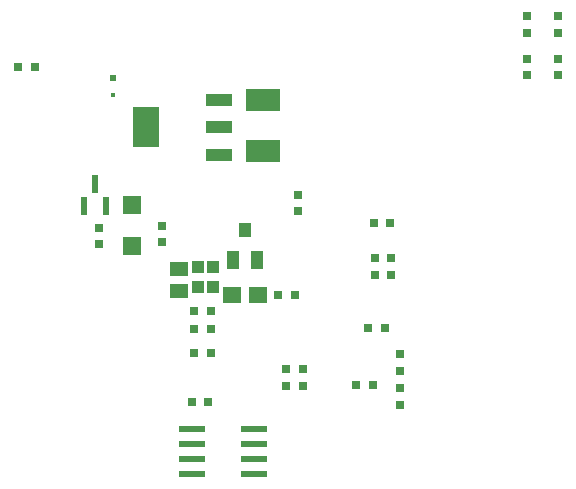
<source format=gbp>
%FSLAX23Y23*%
%MOIN*%
G70*
G01*
G75*
G04 Layer_Color=128*
%ADD10C,0.012*%
%ADD11C,0.014*%
%ADD12R,0.118X0.073*%
%ADD13R,0.031X0.031*%
%ADD14R,0.087X0.024*%
%ADD15R,0.087X0.024*%
%ADD16O,0.010X0.080*%
%ADD17O,0.080X0.010*%
%ADD18R,0.079X0.047*%
%ADD19R,0.014X0.014*%
%ADD20R,0.020X0.020*%
%ADD21R,0.030X0.030*%
%ADD22R,0.030X0.030*%
%ADD23C,0.008*%
%ADD24C,0.031*%
%ADD25C,0.024*%
%ADD26C,0.020*%
%ADD27C,0.016*%
%ADD28C,0.059*%
%ADD29R,0.059X0.059*%
%ADD30R,0.059X0.059*%
%ADD31C,0.024*%
%ADD32C,0.030*%
%ADD33R,0.060X0.060*%
%ADD34R,0.040X0.050*%
%ADD35R,0.040X0.060*%
%ADD36R,0.085X0.043*%
%ADD37R,0.085X0.043*%
%ADD38R,0.085X0.138*%
%ADD39R,0.022X0.061*%
%ADD40R,0.059X0.051*%
%ADD41R,0.039X0.043*%
%ADD42R,0.059X0.057*%
%ADD43C,0.010*%
%ADD44C,0.010*%
%ADD45C,0.008*%
%ADD46C,0.004*%
%ADD47C,0.005*%
%ADD48C,0.006*%
%ADD49C,0.012*%
%ADD50C,0.006*%
D12*
X2917Y5680D02*
D03*
Y5850D02*
D03*
D14*
X2887Y4705D02*
D03*
Y4655D02*
D03*
Y4605D02*
D03*
X2682Y4755D02*
D03*
Y4705D02*
D03*
Y4655D02*
D03*
Y4605D02*
D03*
X2887Y4755D02*
D03*
D19*
X2418Y5866D02*
D03*
D20*
Y5923D02*
D03*
D21*
X2744Y5146D02*
D03*
X2689D02*
D03*
X3346Y5323D02*
D03*
X3291D02*
D03*
X2744Y5087D02*
D03*
X2689D02*
D03*
X2969Y5201D02*
D03*
X3024D02*
D03*
X2157Y5961D02*
D03*
X2102D02*
D03*
X2689Y5008D02*
D03*
X2744D02*
D03*
X3291Y5268D02*
D03*
X3346D02*
D03*
X3283Y4902D02*
D03*
X3228D02*
D03*
X3287Y5441D02*
D03*
X3342D02*
D03*
X3268Y5091D02*
D03*
X3323D02*
D03*
X2681Y4843D02*
D03*
X2736D02*
D03*
D22*
X3035Y5480D02*
D03*
Y5535D02*
D03*
X2996Y4953D02*
D03*
Y4898D02*
D03*
X2370Y5370D02*
D03*
Y5425D02*
D03*
X3902Y5933D02*
D03*
Y5988D02*
D03*
X3799Y5933D02*
D03*
Y5988D02*
D03*
Y6075D02*
D03*
Y6130D02*
D03*
X3902Y6075D02*
D03*
Y6130D02*
D03*
X2580Y5432D02*
D03*
Y5378D02*
D03*
X3374Y5004D02*
D03*
Y4949D02*
D03*
Y4890D02*
D03*
Y4835D02*
D03*
X3051Y4953D02*
D03*
Y4898D02*
D03*
D33*
X2480Y5500D02*
D03*
Y5365D02*
D03*
D34*
X2858Y5416D02*
D03*
D35*
X2898Y5316D02*
D03*
X2818D02*
D03*
D36*
X2772Y5850D02*
D03*
Y5669D02*
D03*
D37*
Y5760D02*
D03*
D38*
X2528D02*
D03*
D39*
X2396Y5499D02*
D03*
X2321D02*
D03*
X2358Y5572D02*
D03*
D40*
X2638Y5215D02*
D03*
Y5289D02*
D03*
D41*
X2752Y5226D02*
D03*
Y5293D02*
D03*
X2701Y5226D02*
D03*
Y5293D02*
D03*
D42*
X2902Y5201D02*
D03*
X2815D02*
D03*
M02*

</source>
